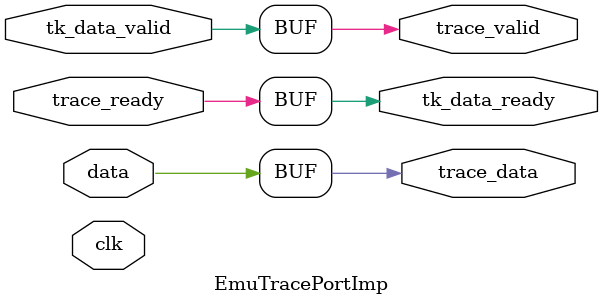
<source format=v>
`timescale 1ns / 1ps

`include "axi.vh"

(* __emu_model_imp *)
module EmuTracePortImp #(
    parameter   DATA_WIDTH  = 1
)(
    input  wire                     clk,

    // Data Channel

    (* __emu_channel_name = "data"*)
    (* __emu_channel_direction = "in" *)
    (* __emu_channel_payload = "data" *)
    (* __emu_channel_clock = "clk" *)
    (* __emu_channel_valid = "tk_data_valid" *)
    (* __emu_channel_ready = "tk_data_ready" *)

    input  wire                     tk_data_valid,
    output wire                     tk_data_ready,

    input  wire [DATA_WIDTH-1:0]    data,

    (* __emu_trace_port_name = "trace" *)
    (* __emu_trace_port_valid = "trace_valid" *)
    (* __emu_trace_port_ready = "trace_ready" *)
    (* __emu_trace_port_data = "trace_data" *)

    output wire                     trace_valid,
    input  wire                     trace_ready,
    output wire [DATA_WIDTH-1:0]      trace_data
);

    assign trace_valid = tk_data_valid;
    assign tk_data_ready = trace_ready;
    assign trace_data = data;

endmodule

</source>
